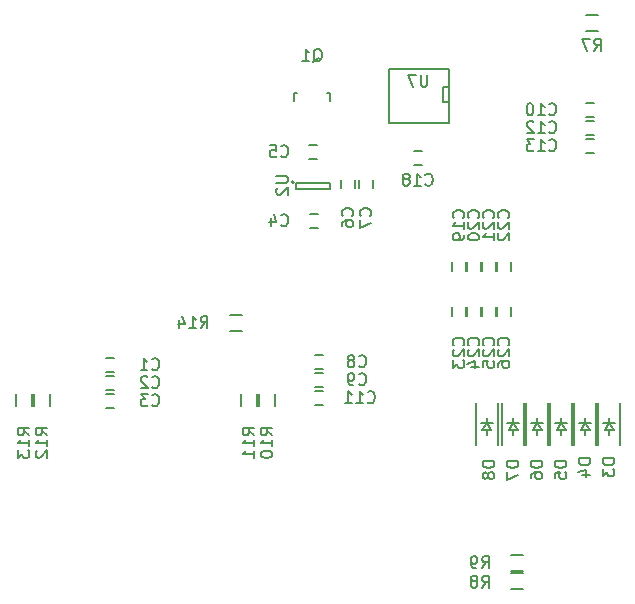
<source format=gbo>
G04 #@! TF.FileFunction,Legend,Bot*
%FSLAX46Y46*%
G04 Gerber Fmt 4.6, Leading zero omitted, Abs format (unit mm)*
G04 Created by KiCad (PCBNEW 4.0.2+dfsg1-stable) date Wed 23 Nov 2016 09:34:03 PM CST*
%MOMM*%
G01*
G04 APERTURE LIST*
%ADD10C,0.090000*%
%ADD11C,0.150000*%
G04 APERTURE END LIST*
D10*
D11*
X161320000Y-95666000D02*
X160620000Y-95666000D01*
X160620000Y-96866000D02*
X161320000Y-96866000D01*
X161320000Y-97190000D02*
X160620000Y-97190000D01*
X160620000Y-98390000D02*
X161320000Y-98390000D01*
X160620000Y-99914000D02*
X161320000Y-99914000D01*
X161320000Y-98714000D02*
X160620000Y-98714000D01*
X178470000Y-77632000D02*
X177770000Y-77632000D01*
X177770000Y-78832000D02*
X178470000Y-78832000D01*
X181702000Y-81310000D02*
X181702000Y-80610000D01*
X180502000Y-80610000D02*
X180502000Y-81310000D01*
X183226000Y-81310000D02*
X183226000Y-80610000D01*
X182026000Y-80610000D02*
X182026000Y-81310000D01*
X178978000Y-95412000D02*
X178278000Y-95412000D01*
X178278000Y-96612000D02*
X178978000Y-96612000D01*
X178978000Y-96936000D02*
X178278000Y-96936000D01*
X178278000Y-98136000D02*
X178978000Y-98136000D01*
X201960000Y-74076000D02*
X201260000Y-74076000D01*
X201260000Y-75276000D02*
X201960000Y-75276000D01*
X178278000Y-99660000D02*
X178978000Y-99660000D01*
X178978000Y-98460000D02*
X178278000Y-98460000D01*
X201960000Y-75600000D02*
X201260000Y-75600000D01*
X201260000Y-76800000D02*
X201960000Y-76800000D01*
X186660000Y-79340000D02*
X187360000Y-79340000D01*
X187360000Y-78140000D02*
X186660000Y-78140000D01*
X191170000Y-87600000D02*
X191170000Y-88300000D01*
X192370000Y-88300000D02*
X192370000Y-87600000D01*
X192440000Y-87600000D02*
X192440000Y-88300000D01*
X193640000Y-88300000D02*
X193640000Y-87600000D01*
X193710000Y-87600000D02*
X193710000Y-88300000D01*
X194910000Y-88300000D02*
X194910000Y-87600000D01*
X191100000Y-92110000D02*
X191100000Y-91410000D01*
X189900000Y-91410000D02*
X189900000Y-92110000D01*
X192370000Y-92110000D02*
X192370000Y-91410000D01*
X191170000Y-91410000D02*
X191170000Y-92110000D01*
X193640000Y-92110000D02*
X193640000Y-91410000D01*
X192440000Y-91410000D02*
X192440000Y-92110000D01*
X194910000Y-92110000D02*
X194910000Y-91410000D01*
X193710000Y-91410000D02*
X193710000Y-92110000D01*
X173569000Y-98730000D02*
X173569000Y-99730000D01*
X174919000Y-99730000D02*
X174919000Y-98730000D01*
X173395000Y-99730000D02*
X173395000Y-98730000D01*
X172045000Y-98730000D02*
X172045000Y-99730000D01*
X154519000Y-98730000D02*
X154519000Y-99730000D01*
X155869000Y-99730000D02*
X155869000Y-98730000D01*
X154345000Y-99730000D02*
X154345000Y-98730000D01*
X152995000Y-98730000D02*
X152995000Y-99730000D01*
X172120000Y-92035000D02*
X171120000Y-92035000D01*
X171120000Y-93385000D02*
X172120000Y-93385000D01*
X176520000Y-80810000D02*
G75*
G03X176520000Y-80810000I-100000J0D01*
G01*
X176670000Y-81360000D02*
X176670000Y-80860000D01*
X179570000Y-81360000D02*
X176670000Y-81360000D01*
X179570000Y-80860000D02*
X179570000Y-81360000D01*
X176670000Y-80860000D02*
X179570000Y-80860000D01*
X189611000Y-71247000D02*
X184531000Y-71247000D01*
X184531000Y-71247000D02*
X184531000Y-75819000D01*
X184531000Y-75819000D02*
X189611000Y-75819000D01*
X189611000Y-75819000D02*
X189611000Y-71247000D01*
X189611000Y-72771000D02*
X189103000Y-72771000D01*
X189103000Y-72771000D02*
X189103000Y-74041000D01*
X189103000Y-74041000D02*
X189611000Y-74041000D01*
X179553820Y-73941940D02*
X179553820Y-73240900D01*
X179553820Y-73240900D02*
X179304900Y-73240900D01*
X176754840Y-73240900D02*
X176554180Y-73240900D01*
X176554180Y-73240900D02*
X176554180Y-73941940D01*
X177892000Y-84674000D02*
X178592000Y-84674000D01*
X178592000Y-83474000D02*
X177892000Y-83474000D01*
X201960000Y-77124000D02*
X201260000Y-77124000D01*
X201260000Y-78324000D02*
X201960000Y-78324000D01*
X189900000Y-87600000D02*
X189900000Y-88300000D01*
X191100000Y-88300000D02*
X191100000Y-87600000D01*
X202260000Y-66635000D02*
X201260000Y-66635000D01*
X201260000Y-67985000D02*
X202260000Y-67985000D01*
X195910000Y-113879000D02*
X194910000Y-113879000D01*
X194910000Y-115229000D02*
X195910000Y-115229000D01*
X194910000Y-113705000D02*
X195910000Y-113705000D01*
X195910000Y-112355000D02*
X194910000Y-112355000D01*
X203200000Y-101806500D02*
X203200000Y-102187500D01*
X203200000Y-100790500D02*
X203200000Y-101171500D01*
X203200000Y-101171500D02*
X202819000Y-101806500D01*
X202819000Y-101806500D02*
X203581000Y-101806500D01*
X203581000Y-101806500D02*
X203200000Y-101171500D01*
X202692000Y-101171500D02*
X203708000Y-101171500D01*
X204100000Y-99489000D02*
X204100000Y-103029000D01*
X202300000Y-99489000D02*
X202300000Y-103029000D01*
X201168000Y-101806500D02*
X201168000Y-102187500D01*
X201168000Y-100790500D02*
X201168000Y-101171500D01*
X201168000Y-101171500D02*
X200787000Y-101806500D01*
X200787000Y-101806500D02*
X201549000Y-101806500D01*
X201549000Y-101806500D02*
X201168000Y-101171500D01*
X200660000Y-101171500D02*
X201676000Y-101171500D01*
X202068000Y-99489000D02*
X202068000Y-103029000D01*
X200268000Y-99489000D02*
X200268000Y-103029000D01*
X199136000Y-101806500D02*
X199136000Y-102187500D01*
X199136000Y-100790500D02*
X199136000Y-101171500D01*
X199136000Y-101171500D02*
X198755000Y-101806500D01*
X198755000Y-101806500D02*
X199517000Y-101806500D01*
X199517000Y-101806500D02*
X199136000Y-101171500D01*
X198628000Y-101171500D02*
X199644000Y-101171500D01*
X200036000Y-99489000D02*
X200036000Y-103029000D01*
X198236000Y-99489000D02*
X198236000Y-103029000D01*
X197104000Y-101806500D02*
X197104000Y-102187500D01*
X197104000Y-100790500D02*
X197104000Y-101171500D01*
X197104000Y-101171500D02*
X196723000Y-101806500D01*
X196723000Y-101806500D02*
X197485000Y-101806500D01*
X197485000Y-101806500D02*
X197104000Y-101171500D01*
X196596000Y-101171500D02*
X197612000Y-101171500D01*
X198004000Y-99489000D02*
X198004000Y-103029000D01*
X196204000Y-99489000D02*
X196204000Y-103029000D01*
X195072000Y-101806500D02*
X195072000Y-102187500D01*
X195072000Y-100790500D02*
X195072000Y-101171500D01*
X195072000Y-101171500D02*
X194691000Y-101806500D01*
X194691000Y-101806500D02*
X195453000Y-101806500D01*
X195453000Y-101806500D02*
X195072000Y-101171500D01*
X194564000Y-101171500D02*
X195580000Y-101171500D01*
X195972000Y-99489000D02*
X195972000Y-103029000D01*
X194172000Y-99489000D02*
X194172000Y-103029000D01*
X192867488Y-101806500D02*
X192867488Y-102187500D01*
X192867488Y-100790500D02*
X192867488Y-101171500D01*
X192867488Y-101171500D02*
X192486488Y-101806500D01*
X192486488Y-101806500D02*
X193248488Y-101806500D01*
X193248488Y-101806500D02*
X192867488Y-101171500D01*
X192359488Y-101171500D02*
X193375488Y-101171500D01*
X193767488Y-99489000D02*
X193767488Y-103029000D01*
X191967488Y-99489000D02*
X191967488Y-103029000D01*
X164504666Y-96623143D02*
X164552285Y-96670762D01*
X164695142Y-96718381D01*
X164790380Y-96718381D01*
X164933238Y-96670762D01*
X165028476Y-96575524D01*
X165076095Y-96480286D01*
X165123714Y-96289810D01*
X165123714Y-96146952D01*
X165076095Y-95956476D01*
X165028476Y-95861238D01*
X164933238Y-95766000D01*
X164790380Y-95718381D01*
X164695142Y-95718381D01*
X164552285Y-95766000D01*
X164504666Y-95813619D01*
X163552285Y-96718381D02*
X164123714Y-96718381D01*
X163838000Y-96718381D02*
X163838000Y-95718381D01*
X163933238Y-95861238D01*
X164028476Y-95956476D01*
X164123714Y-96004095D01*
X164504666Y-98147143D02*
X164552285Y-98194762D01*
X164695142Y-98242381D01*
X164790380Y-98242381D01*
X164933238Y-98194762D01*
X165028476Y-98099524D01*
X165076095Y-98004286D01*
X165123714Y-97813810D01*
X165123714Y-97670952D01*
X165076095Y-97480476D01*
X165028476Y-97385238D01*
X164933238Y-97290000D01*
X164790380Y-97242381D01*
X164695142Y-97242381D01*
X164552285Y-97290000D01*
X164504666Y-97337619D01*
X164123714Y-97337619D02*
X164076095Y-97290000D01*
X163980857Y-97242381D01*
X163742761Y-97242381D01*
X163647523Y-97290000D01*
X163599904Y-97337619D01*
X163552285Y-97432857D01*
X163552285Y-97528095D01*
X163599904Y-97670952D01*
X164171333Y-98242381D01*
X163552285Y-98242381D01*
X164504666Y-99671143D02*
X164552285Y-99718762D01*
X164695142Y-99766381D01*
X164790380Y-99766381D01*
X164933238Y-99718762D01*
X165028476Y-99623524D01*
X165076095Y-99528286D01*
X165123714Y-99337810D01*
X165123714Y-99194952D01*
X165076095Y-99004476D01*
X165028476Y-98909238D01*
X164933238Y-98814000D01*
X164790380Y-98766381D01*
X164695142Y-98766381D01*
X164552285Y-98814000D01*
X164504666Y-98861619D01*
X164171333Y-98766381D02*
X163552285Y-98766381D01*
X163885619Y-99147333D01*
X163742761Y-99147333D01*
X163647523Y-99194952D01*
X163599904Y-99242571D01*
X163552285Y-99337810D01*
X163552285Y-99575905D01*
X163599904Y-99671143D01*
X163647523Y-99718762D01*
X163742761Y-99766381D01*
X164028476Y-99766381D01*
X164123714Y-99718762D01*
X164171333Y-99671143D01*
X175426666Y-78589143D02*
X175474285Y-78636762D01*
X175617142Y-78684381D01*
X175712380Y-78684381D01*
X175855238Y-78636762D01*
X175950476Y-78541524D01*
X175998095Y-78446286D01*
X176045714Y-78255810D01*
X176045714Y-78112952D01*
X175998095Y-77922476D01*
X175950476Y-77827238D01*
X175855238Y-77732000D01*
X175712380Y-77684381D01*
X175617142Y-77684381D01*
X175474285Y-77732000D01*
X175426666Y-77779619D01*
X174521904Y-77684381D02*
X174998095Y-77684381D01*
X175045714Y-78160571D01*
X174998095Y-78112952D01*
X174902857Y-78065333D01*
X174664761Y-78065333D01*
X174569523Y-78112952D01*
X174521904Y-78160571D01*
X174474285Y-78255810D01*
X174474285Y-78493905D01*
X174521904Y-78589143D01*
X174569523Y-78636762D01*
X174664761Y-78684381D01*
X174902857Y-78684381D01*
X174998095Y-78636762D01*
X175045714Y-78589143D01*
X181459143Y-83653334D02*
X181506762Y-83605715D01*
X181554381Y-83462858D01*
X181554381Y-83367620D01*
X181506762Y-83224762D01*
X181411524Y-83129524D01*
X181316286Y-83081905D01*
X181125810Y-83034286D01*
X180982952Y-83034286D01*
X180792476Y-83081905D01*
X180697238Y-83129524D01*
X180602000Y-83224762D01*
X180554381Y-83367620D01*
X180554381Y-83462858D01*
X180602000Y-83605715D01*
X180649619Y-83653334D01*
X180554381Y-84510477D02*
X180554381Y-84320000D01*
X180602000Y-84224762D01*
X180649619Y-84177143D01*
X180792476Y-84081905D01*
X180982952Y-84034286D01*
X181363905Y-84034286D01*
X181459143Y-84081905D01*
X181506762Y-84129524D01*
X181554381Y-84224762D01*
X181554381Y-84415239D01*
X181506762Y-84510477D01*
X181459143Y-84558096D01*
X181363905Y-84605715D01*
X181125810Y-84605715D01*
X181030571Y-84558096D01*
X180982952Y-84510477D01*
X180935333Y-84415239D01*
X180935333Y-84224762D01*
X180982952Y-84129524D01*
X181030571Y-84081905D01*
X181125810Y-84034286D01*
X182983143Y-83653334D02*
X183030762Y-83605715D01*
X183078381Y-83462858D01*
X183078381Y-83367620D01*
X183030762Y-83224762D01*
X182935524Y-83129524D01*
X182840286Y-83081905D01*
X182649810Y-83034286D01*
X182506952Y-83034286D01*
X182316476Y-83081905D01*
X182221238Y-83129524D01*
X182126000Y-83224762D01*
X182078381Y-83367620D01*
X182078381Y-83462858D01*
X182126000Y-83605715D01*
X182173619Y-83653334D01*
X182078381Y-83986667D02*
X182078381Y-84653334D01*
X183078381Y-84224762D01*
X182030666Y-96369143D02*
X182078285Y-96416762D01*
X182221142Y-96464381D01*
X182316380Y-96464381D01*
X182459238Y-96416762D01*
X182554476Y-96321524D01*
X182602095Y-96226286D01*
X182649714Y-96035810D01*
X182649714Y-95892952D01*
X182602095Y-95702476D01*
X182554476Y-95607238D01*
X182459238Y-95512000D01*
X182316380Y-95464381D01*
X182221142Y-95464381D01*
X182078285Y-95512000D01*
X182030666Y-95559619D01*
X181459238Y-95892952D02*
X181554476Y-95845333D01*
X181602095Y-95797714D01*
X181649714Y-95702476D01*
X181649714Y-95654857D01*
X181602095Y-95559619D01*
X181554476Y-95512000D01*
X181459238Y-95464381D01*
X181268761Y-95464381D01*
X181173523Y-95512000D01*
X181125904Y-95559619D01*
X181078285Y-95654857D01*
X181078285Y-95702476D01*
X181125904Y-95797714D01*
X181173523Y-95845333D01*
X181268761Y-95892952D01*
X181459238Y-95892952D01*
X181554476Y-95940571D01*
X181602095Y-95988190D01*
X181649714Y-96083429D01*
X181649714Y-96273905D01*
X181602095Y-96369143D01*
X181554476Y-96416762D01*
X181459238Y-96464381D01*
X181268761Y-96464381D01*
X181173523Y-96416762D01*
X181125904Y-96369143D01*
X181078285Y-96273905D01*
X181078285Y-96083429D01*
X181125904Y-95988190D01*
X181173523Y-95940571D01*
X181268761Y-95892952D01*
X182030666Y-97893143D02*
X182078285Y-97940762D01*
X182221142Y-97988381D01*
X182316380Y-97988381D01*
X182459238Y-97940762D01*
X182554476Y-97845524D01*
X182602095Y-97750286D01*
X182649714Y-97559810D01*
X182649714Y-97416952D01*
X182602095Y-97226476D01*
X182554476Y-97131238D01*
X182459238Y-97036000D01*
X182316380Y-96988381D01*
X182221142Y-96988381D01*
X182078285Y-97036000D01*
X182030666Y-97083619D01*
X181554476Y-97988381D02*
X181364000Y-97988381D01*
X181268761Y-97940762D01*
X181221142Y-97893143D01*
X181125904Y-97750286D01*
X181078285Y-97559810D01*
X181078285Y-97178857D01*
X181125904Y-97083619D01*
X181173523Y-97036000D01*
X181268761Y-96988381D01*
X181459238Y-96988381D01*
X181554476Y-97036000D01*
X181602095Y-97083619D01*
X181649714Y-97178857D01*
X181649714Y-97416952D01*
X181602095Y-97512190D01*
X181554476Y-97559810D01*
X181459238Y-97607429D01*
X181268761Y-97607429D01*
X181173523Y-97559810D01*
X181125904Y-97512190D01*
X181078285Y-97416952D01*
X198122857Y-75033143D02*
X198170476Y-75080762D01*
X198313333Y-75128381D01*
X198408571Y-75128381D01*
X198551429Y-75080762D01*
X198646667Y-74985524D01*
X198694286Y-74890286D01*
X198741905Y-74699810D01*
X198741905Y-74556952D01*
X198694286Y-74366476D01*
X198646667Y-74271238D01*
X198551429Y-74176000D01*
X198408571Y-74128381D01*
X198313333Y-74128381D01*
X198170476Y-74176000D01*
X198122857Y-74223619D01*
X197170476Y-75128381D02*
X197741905Y-75128381D01*
X197456191Y-75128381D02*
X197456191Y-74128381D01*
X197551429Y-74271238D01*
X197646667Y-74366476D01*
X197741905Y-74414095D01*
X196551429Y-74128381D02*
X196456190Y-74128381D01*
X196360952Y-74176000D01*
X196313333Y-74223619D01*
X196265714Y-74318857D01*
X196218095Y-74509333D01*
X196218095Y-74747429D01*
X196265714Y-74937905D01*
X196313333Y-75033143D01*
X196360952Y-75080762D01*
X196456190Y-75128381D01*
X196551429Y-75128381D01*
X196646667Y-75080762D01*
X196694286Y-75033143D01*
X196741905Y-74937905D01*
X196789524Y-74747429D01*
X196789524Y-74509333D01*
X196741905Y-74318857D01*
X196694286Y-74223619D01*
X196646667Y-74176000D01*
X196551429Y-74128381D01*
X182760857Y-99417143D02*
X182808476Y-99464762D01*
X182951333Y-99512381D01*
X183046571Y-99512381D01*
X183189429Y-99464762D01*
X183284667Y-99369524D01*
X183332286Y-99274286D01*
X183379905Y-99083810D01*
X183379905Y-98940952D01*
X183332286Y-98750476D01*
X183284667Y-98655238D01*
X183189429Y-98560000D01*
X183046571Y-98512381D01*
X182951333Y-98512381D01*
X182808476Y-98560000D01*
X182760857Y-98607619D01*
X181808476Y-99512381D02*
X182379905Y-99512381D01*
X182094191Y-99512381D02*
X182094191Y-98512381D01*
X182189429Y-98655238D01*
X182284667Y-98750476D01*
X182379905Y-98798095D01*
X180856095Y-99512381D02*
X181427524Y-99512381D01*
X181141810Y-99512381D02*
X181141810Y-98512381D01*
X181237048Y-98655238D01*
X181332286Y-98750476D01*
X181427524Y-98798095D01*
X198122857Y-76557143D02*
X198170476Y-76604762D01*
X198313333Y-76652381D01*
X198408571Y-76652381D01*
X198551429Y-76604762D01*
X198646667Y-76509524D01*
X198694286Y-76414286D01*
X198741905Y-76223810D01*
X198741905Y-76080952D01*
X198694286Y-75890476D01*
X198646667Y-75795238D01*
X198551429Y-75700000D01*
X198408571Y-75652381D01*
X198313333Y-75652381D01*
X198170476Y-75700000D01*
X198122857Y-75747619D01*
X197170476Y-76652381D02*
X197741905Y-76652381D01*
X197456191Y-76652381D02*
X197456191Y-75652381D01*
X197551429Y-75795238D01*
X197646667Y-75890476D01*
X197741905Y-75938095D01*
X196789524Y-75747619D02*
X196741905Y-75700000D01*
X196646667Y-75652381D01*
X196408571Y-75652381D01*
X196313333Y-75700000D01*
X196265714Y-75747619D01*
X196218095Y-75842857D01*
X196218095Y-75938095D01*
X196265714Y-76080952D01*
X196837143Y-76652381D01*
X196218095Y-76652381D01*
X187652857Y-80997143D02*
X187700476Y-81044762D01*
X187843333Y-81092381D01*
X187938571Y-81092381D01*
X188081429Y-81044762D01*
X188176667Y-80949524D01*
X188224286Y-80854286D01*
X188271905Y-80663810D01*
X188271905Y-80520952D01*
X188224286Y-80330476D01*
X188176667Y-80235238D01*
X188081429Y-80140000D01*
X187938571Y-80092381D01*
X187843333Y-80092381D01*
X187700476Y-80140000D01*
X187652857Y-80187619D01*
X186700476Y-81092381D02*
X187271905Y-81092381D01*
X186986191Y-81092381D02*
X186986191Y-80092381D01*
X187081429Y-80235238D01*
X187176667Y-80330476D01*
X187271905Y-80378095D01*
X186129048Y-80520952D02*
X186224286Y-80473333D01*
X186271905Y-80425714D01*
X186319524Y-80330476D01*
X186319524Y-80282857D01*
X186271905Y-80187619D01*
X186224286Y-80140000D01*
X186129048Y-80092381D01*
X185938571Y-80092381D01*
X185843333Y-80140000D01*
X185795714Y-80187619D01*
X185748095Y-80282857D01*
X185748095Y-80330476D01*
X185795714Y-80425714D01*
X185843333Y-80473333D01*
X185938571Y-80520952D01*
X186129048Y-80520952D01*
X186224286Y-80568571D01*
X186271905Y-80616190D01*
X186319524Y-80711429D01*
X186319524Y-80901905D01*
X186271905Y-80997143D01*
X186224286Y-81044762D01*
X186129048Y-81092381D01*
X185938571Y-81092381D01*
X185843333Y-81044762D01*
X185795714Y-80997143D01*
X185748095Y-80901905D01*
X185748095Y-80711429D01*
X185795714Y-80616190D01*
X185843333Y-80568571D01*
X185938571Y-80520952D01*
X192127143Y-83817143D02*
X192174762Y-83769524D01*
X192222381Y-83626667D01*
X192222381Y-83531429D01*
X192174762Y-83388571D01*
X192079524Y-83293333D01*
X191984286Y-83245714D01*
X191793810Y-83198095D01*
X191650952Y-83198095D01*
X191460476Y-83245714D01*
X191365238Y-83293333D01*
X191270000Y-83388571D01*
X191222381Y-83531429D01*
X191222381Y-83626667D01*
X191270000Y-83769524D01*
X191317619Y-83817143D01*
X191317619Y-84198095D02*
X191270000Y-84245714D01*
X191222381Y-84340952D01*
X191222381Y-84579048D01*
X191270000Y-84674286D01*
X191317619Y-84721905D01*
X191412857Y-84769524D01*
X191508095Y-84769524D01*
X191650952Y-84721905D01*
X192222381Y-84150476D01*
X192222381Y-84769524D01*
X191222381Y-85388571D02*
X191222381Y-85483810D01*
X191270000Y-85579048D01*
X191317619Y-85626667D01*
X191412857Y-85674286D01*
X191603333Y-85721905D01*
X191841429Y-85721905D01*
X192031905Y-85674286D01*
X192127143Y-85626667D01*
X192174762Y-85579048D01*
X192222381Y-85483810D01*
X192222381Y-85388571D01*
X192174762Y-85293333D01*
X192127143Y-85245714D01*
X192031905Y-85198095D01*
X191841429Y-85150476D01*
X191603333Y-85150476D01*
X191412857Y-85198095D01*
X191317619Y-85245714D01*
X191270000Y-85293333D01*
X191222381Y-85388571D01*
X193397143Y-83817143D02*
X193444762Y-83769524D01*
X193492381Y-83626667D01*
X193492381Y-83531429D01*
X193444762Y-83388571D01*
X193349524Y-83293333D01*
X193254286Y-83245714D01*
X193063810Y-83198095D01*
X192920952Y-83198095D01*
X192730476Y-83245714D01*
X192635238Y-83293333D01*
X192540000Y-83388571D01*
X192492381Y-83531429D01*
X192492381Y-83626667D01*
X192540000Y-83769524D01*
X192587619Y-83817143D01*
X192587619Y-84198095D02*
X192540000Y-84245714D01*
X192492381Y-84340952D01*
X192492381Y-84579048D01*
X192540000Y-84674286D01*
X192587619Y-84721905D01*
X192682857Y-84769524D01*
X192778095Y-84769524D01*
X192920952Y-84721905D01*
X193492381Y-84150476D01*
X193492381Y-84769524D01*
X193492381Y-85721905D02*
X193492381Y-85150476D01*
X193492381Y-85436190D02*
X192492381Y-85436190D01*
X192635238Y-85340952D01*
X192730476Y-85245714D01*
X192778095Y-85150476D01*
X194667143Y-83817143D02*
X194714762Y-83769524D01*
X194762381Y-83626667D01*
X194762381Y-83531429D01*
X194714762Y-83388571D01*
X194619524Y-83293333D01*
X194524286Y-83245714D01*
X194333810Y-83198095D01*
X194190952Y-83198095D01*
X194000476Y-83245714D01*
X193905238Y-83293333D01*
X193810000Y-83388571D01*
X193762381Y-83531429D01*
X193762381Y-83626667D01*
X193810000Y-83769524D01*
X193857619Y-83817143D01*
X193857619Y-84198095D02*
X193810000Y-84245714D01*
X193762381Y-84340952D01*
X193762381Y-84579048D01*
X193810000Y-84674286D01*
X193857619Y-84721905D01*
X193952857Y-84769524D01*
X194048095Y-84769524D01*
X194190952Y-84721905D01*
X194762381Y-84150476D01*
X194762381Y-84769524D01*
X193857619Y-85150476D02*
X193810000Y-85198095D01*
X193762381Y-85293333D01*
X193762381Y-85531429D01*
X193810000Y-85626667D01*
X193857619Y-85674286D01*
X193952857Y-85721905D01*
X194048095Y-85721905D01*
X194190952Y-85674286D01*
X194762381Y-85102857D01*
X194762381Y-85721905D01*
X190857143Y-94607143D02*
X190904762Y-94559524D01*
X190952381Y-94416667D01*
X190952381Y-94321429D01*
X190904762Y-94178571D01*
X190809524Y-94083333D01*
X190714286Y-94035714D01*
X190523810Y-93988095D01*
X190380952Y-93988095D01*
X190190476Y-94035714D01*
X190095238Y-94083333D01*
X190000000Y-94178571D01*
X189952381Y-94321429D01*
X189952381Y-94416667D01*
X190000000Y-94559524D01*
X190047619Y-94607143D01*
X190047619Y-94988095D02*
X190000000Y-95035714D01*
X189952381Y-95130952D01*
X189952381Y-95369048D01*
X190000000Y-95464286D01*
X190047619Y-95511905D01*
X190142857Y-95559524D01*
X190238095Y-95559524D01*
X190380952Y-95511905D01*
X190952381Y-94940476D01*
X190952381Y-95559524D01*
X189952381Y-95892857D02*
X189952381Y-96511905D01*
X190333333Y-96178571D01*
X190333333Y-96321429D01*
X190380952Y-96416667D01*
X190428571Y-96464286D01*
X190523810Y-96511905D01*
X190761905Y-96511905D01*
X190857143Y-96464286D01*
X190904762Y-96416667D01*
X190952381Y-96321429D01*
X190952381Y-96035714D01*
X190904762Y-95940476D01*
X190857143Y-95892857D01*
X192127143Y-94607143D02*
X192174762Y-94559524D01*
X192222381Y-94416667D01*
X192222381Y-94321429D01*
X192174762Y-94178571D01*
X192079524Y-94083333D01*
X191984286Y-94035714D01*
X191793810Y-93988095D01*
X191650952Y-93988095D01*
X191460476Y-94035714D01*
X191365238Y-94083333D01*
X191270000Y-94178571D01*
X191222381Y-94321429D01*
X191222381Y-94416667D01*
X191270000Y-94559524D01*
X191317619Y-94607143D01*
X191317619Y-94988095D02*
X191270000Y-95035714D01*
X191222381Y-95130952D01*
X191222381Y-95369048D01*
X191270000Y-95464286D01*
X191317619Y-95511905D01*
X191412857Y-95559524D01*
X191508095Y-95559524D01*
X191650952Y-95511905D01*
X192222381Y-94940476D01*
X192222381Y-95559524D01*
X191555714Y-96416667D02*
X192222381Y-96416667D01*
X191174762Y-96178571D02*
X191889048Y-95940476D01*
X191889048Y-96559524D01*
X193397143Y-94607143D02*
X193444762Y-94559524D01*
X193492381Y-94416667D01*
X193492381Y-94321429D01*
X193444762Y-94178571D01*
X193349524Y-94083333D01*
X193254286Y-94035714D01*
X193063810Y-93988095D01*
X192920952Y-93988095D01*
X192730476Y-94035714D01*
X192635238Y-94083333D01*
X192540000Y-94178571D01*
X192492381Y-94321429D01*
X192492381Y-94416667D01*
X192540000Y-94559524D01*
X192587619Y-94607143D01*
X192587619Y-94988095D02*
X192540000Y-95035714D01*
X192492381Y-95130952D01*
X192492381Y-95369048D01*
X192540000Y-95464286D01*
X192587619Y-95511905D01*
X192682857Y-95559524D01*
X192778095Y-95559524D01*
X192920952Y-95511905D01*
X193492381Y-94940476D01*
X193492381Y-95559524D01*
X192492381Y-96464286D02*
X192492381Y-95988095D01*
X192968571Y-95940476D01*
X192920952Y-95988095D01*
X192873333Y-96083333D01*
X192873333Y-96321429D01*
X192920952Y-96416667D01*
X192968571Y-96464286D01*
X193063810Y-96511905D01*
X193301905Y-96511905D01*
X193397143Y-96464286D01*
X193444762Y-96416667D01*
X193492381Y-96321429D01*
X193492381Y-96083333D01*
X193444762Y-95988095D01*
X193397143Y-95940476D01*
X194667143Y-94607143D02*
X194714762Y-94559524D01*
X194762381Y-94416667D01*
X194762381Y-94321429D01*
X194714762Y-94178571D01*
X194619524Y-94083333D01*
X194524286Y-94035714D01*
X194333810Y-93988095D01*
X194190952Y-93988095D01*
X194000476Y-94035714D01*
X193905238Y-94083333D01*
X193810000Y-94178571D01*
X193762381Y-94321429D01*
X193762381Y-94416667D01*
X193810000Y-94559524D01*
X193857619Y-94607143D01*
X193857619Y-94988095D02*
X193810000Y-95035714D01*
X193762381Y-95130952D01*
X193762381Y-95369048D01*
X193810000Y-95464286D01*
X193857619Y-95511905D01*
X193952857Y-95559524D01*
X194048095Y-95559524D01*
X194190952Y-95511905D01*
X194762381Y-94940476D01*
X194762381Y-95559524D01*
X193762381Y-96416667D02*
X193762381Y-96226190D01*
X193810000Y-96130952D01*
X193857619Y-96083333D01*
X194000476Y-95988095D01*
X194190952Y-95940476D01*
X194571905Y-95940476D01*
X194667143Y-95988095D01*
X194714762Y-96035714D01*
X194762381Y-96130952D01*
X194762381Y-96321429D01*
X194714762Y-96416667D01*
X194667143Y-96464286D01*
X194571905Y-96511905D01*
X194333810Y-96511905D01*
X194238571Y-96464286D01*
X194190952Y-96416667D01*
X194143333Y-96321429D01*
X194143333Y-96130952D01*
X194190952Y-96035714D01*
X194238571Y-95988095D01*
X194333810Y-95940476D01*
X174696381Y-102227143D02*
X174220190Y-101893809D01*
X174696381Y-101655714D02*
X173696381Y-101655714D01*
X173696381Y-102036667D01*
X173744000Y-102131905D01*
X173791619Y-102179524D01*
X173886857Y-102227143D01*
X174029714Y-102227143D01*
X174124952Y-102179524D01*
X174172571Y-102131905D01*
X174220190Y-102036667D01*
X174220190Y-101655714D01*
X174696381Y-103179524D02*
X174696381Y-102608095D01*
X174696381Y-102893809D02*
X173696381Y-102893809D01*
X173839238Y-102798571D01*
X173934476Y-102703333D01*
X173982095Y-102608095D01*
X173696381Y-103798571D02*
X173696381Y-103893810D01*
X173744000Y-103989048D01*
X173791619Y-104036667D01*
X173886857Y-104084286D01*
X174077333Y-104131905D01*
X174315429Y-104131905D01*
X174505905Y-104084286D01*
X174601143Y-104036667D01*
X174648762Y-103989048D01*
X174696381Y-103893810D01*
X174696381Y-103798571D01*
X174648762Y-103703333D01*
X174601143Y-103655714D01*
X174505905Y-103608095D01*
X174315429Y-103560476D01*
X174077333Y-103560476D01*
X173886857Y-103608095D01*
X173791619Y-103655714D01*
X173744000Y-103703333D01*
X173696381Y-103798571D01*
X173172381Y-102227143D02*
X172696190Y-101893809D01*
X173172381Y-101655714D02*
X172172381Y-101655714D01*
X172172381Y-102036667D01*
X172220000Y-102131905D01*
X172267619Y-102179524D01*
X172362857Y-102227143D01*
X172505714Y-102227143D01*
X172600952Y-102179524D01*
X172648571Y-102131905D01*
X172696190Y-102036667D01*
X172696190Y-101655714D01*
X173172381Y-103179524D02*
X173172381Y-102608095D01*
X173172381Y-102893809D02*
X172172381Y-102893809D01*
X172315238Y-102798571D01*
X172410476Y-102703333D01*
X172458095Y-102608095D01*
X173172381Y-104131905D02*
X173172381Y-103560476D01*
X173172381Y-103846190D02*
X172172381Y-103846190D01*
X172315238Y-103750952D01*
X172410476Y-103655714D01*
X172458095Y-103560476D01*
X155646381Y-102227143D02*
X155170190Y-101893809D01*
X155646381Y-101655714D02*
X154646381Y-101655714D01*
X154646381Y-102036667D01*
X154694000Y-102131905D01*
X154741619Y-102179524D01*
X154836857Y-102227143D01*
X154979714Y-102227143D01*
X155074952Y-102179524D01*
X155122571Y-102131905D01*
X155170190Y-102036667D01*
X155170190Y-101655714D01*
X155646381Y-103179524D02*
X155646381Y-102608095D01*
X155646381Y-102893809D02*
X154646381Y-102893809D01*
X154789238Y-102798571D01*
X154884476Y-102703333D01*
X154932095Y-102608095D01*
X154741619Y-103560476D02*
X154694000Y-103608095D01*
X154646381Y-103703333D01*
X154646381Y-103941429D01*
X154694000Y-104036667D01*
X154741619Y-104084286D01*
X154836857Y-104131905D01*
X154932095Y-104131905D01*
X155074952Y-104084286D01*
X155646381Y-103512857D01*
X155646381Y-104131905D01*
X154122381Y-102227143D02*
X153646190Y-101893809D01*
X154122381Y-101655714D02*
X153122381Y-101655714D01*
X153122381Y-102036667D01*
X153170000Y-102131905D01*
X153217619Y-102179524D01*
X153312857Y-102227143D01*
X153455714Y-102227143D01*
X153550952Y-102179524D01*
X153598571Y-102131905D01*
X153646190Y-102036667D01*
X153646190Y-101655714D01*
X154122381Y-103179524D02*
X154122381Y-102608095D01*
X154122381Y-102893809D02*
X153122381Y-102893809D01*
X153265238Y-102798571D01*
X153360476Y-102703333D01*
X153408095Y-102608095D01*
X153122381Y-103512857D02*
X153122381Y-104131905D01*
X153503333Y-103798571D01*
X153503333Y-103941429D01*
X153550952Y-104036667D01*
X153598571Y-104084286D01*
X153693810Y-104131905D01*
X153931905Y-104131905D01*
X154027143Y-104084286D01*
X154074762Y-104036667D01*
X154122381Y-103941429D01*
X154122381Y-103655714D01*
X154074762Y-103560476D01*
X154027143Y-103512857D01*
X168622857Y-93162381D02*
X168956191Y-92686190D01*
X169194286Y-93162381D02*
X169194286Y-92162381D01*
X168813333Y-92162381D01*
X168718095Y-92210000D01*
X168670476Y-92257619D01*
X168622857Y-92352857D01*
X168622857Y-92495714D01*
X168670476Y-92590952D01*
X168718095Y-92638571D01*
X168813333Y-92686190D01*
X169194286Y-92686190D01*
X167670476Y-93162381D02*
X168241905Y-93162381D01*
X167956191Y-93162381D02*
X167956191Y-92162381D01*
X168051429Y-92305238D01*
X168146667Y-92400476D01*
X168241905Y-92448095D01*
X166813333Y-92495714D02*
X166813333Y-93162381D01*
X167051429Y-92114762D02*
X167289524Y-92829048D01*
X166670476Y-92829048D01*
X175022381Y-80298095D02*
X175831905Y-80298095D01*
X175927143Y-80345714D01*
X175974762Y-80393333D01*
X176022381Y-80488571D01*
X176022381Y-80679048D01*
X175974762Y-80774286D01*
X175927143Y-80821905D01*
X175831905Y-80869524D01*
X175022381Y-80869524D01*
X175117619Y-81298095D02*
X175070000Y-81345714D01*
X175022381Y-81440952D01*
X175022381Y-81679048D01*
X175070000Y-81774286D01*
X175117619Y-81821905D01*
X175212857Y-81869524D01*
X175308095Y-81869524D01*
X175450952Y-81821905D01*
X176022381Y-81250476D01*
X176022381Y-81869524D01*
X187832905Y-71715381D02*
X187832905Y-72524905D01*
X187785286Y-72620143D01*
X187737667Y-72667762D01*
X187642429Y-72715381D01*
X187451952Y-72715381D01*
X187356714Y-72667762D01*
X187309095Y-72620143D01*
X187261476Y-72524905D01*
X187261476Y-71715381D01*
X186880524Y-71715381D02*
X186213857Y-71715381D01*
X186642429Y-72715381D01*
X178149238Y-70628759D02*
X178244476Y-70581140D01*
X178339714Y-70485902D01*
X178482571Y-70343045D01*
X178577810Y-70295426D01*
X178673048Y-70295426D01*
X178625429Y-70533521D02*
X178720667Y-70485902D01*
X178815905Y-70390664D01*
X178863524Y-70200188D01*
X178863524Y-69866854D01*
X178815905Y-69676378D01*
X178720667Y-69581140D01*
X178625429Y-69533521D01*
X178434952Y-69533521D01*
X178339714Y-69581140D01*
X178244476Y-69676378D01*
X178196857Y-69866854D01*
X178196857Y-70200188D01*
X178244476Y-70390664D01*
X178339714Y-70485902D01*
X178434952Y-70533521D01*
X178625429Y-70533521D01*
X177244476Y-70533521D02*
X177815905Y-70533521D01*
X177530191Y-70533521D02*
X177530191Y-69533521D01*
X177625429Y-69676378D01*
X177720667Y-69771616D01*
X177815905Y-69819235D01*
X175426666Y-84431143D02*
X175474285Y-84478762D01*
X175617142Y-84526381D01*
X175712380Y-84526381D01*
X175855238Y-84478762D01*
X175950476Y-84383524D01*
X175998095Y-84288286D01*
X176045714Y-84097810D01*
X176045714Y-83954952D01*
X175998095Y-83764476D01*
X175950476Y-83669238D01*
X175855238Y-83574000D01*
X175712380Y-83526381D01*
X175617142Y-83526381D01*
X175474285Y-83574000D01*
X175426666Y-83621619D01*
X174569523Y-83859714D02*
X174569523Y-84526381D01*
X174807619Y-83478762D02*
X175045714Y-84193048D01*
X174426666Y-84193048D01*
X198122857Y-78081143D02*
X198170476Y-78128762D01*
X198313333Y-78176381D01*
X198408571Y-78176381D01*
X198551429Y-78128762D01*
X198646667Y-78033524D01*
X198694286Y-77938286D01*
X198741905Y-77747810D01*
X198741905Y-77604952D01*
X198694286Y-77414476D01*
X198646667Y-77319238D01*
X198551429Y-77224000D01*
X198408571Y-77176381D01*
X198313333Y-77176381D01*
X198170476Y-77224000D01*
X198122857Y-77271619D01*
X197170476Y-78176381D02*
X197741905Y-78176381D01*
X197456191Y-78176381D02*
X197456191Y-77176381D01*
X197551429Y-77319238D01*
X197646667Y-77414476D01*
X197741905Y-77462095D01*
X196837143Y-77176381D02*
X196218095Y-77176381D01*
X196551429Y-77557333D01*
X196408571Y-77557333D01*
X196313333Y-77604952D01*
X196265714Y-77652571D01*
X196218095Y-77747810D01*
X196218095Y-77985905D01*
X196265714Y-78081143D01*
X196313333Y-78128762D01*
X196408571Y-78176381D01*
X196694286Y-78176381D01*
X196789524Y-78128762D01*
X196837143Y-78081143D01*
X190857143Y-83817143D02*
X190904762Y-83769524D01*
X190952381Y-83626667D01*
X190952381Y-83531429D01*
X190904762Y-83388571D01*
X190809524Y-83293333D01*
X190714286Y-83245714D01*
X190523810Y-83198095D01*
X190380952Y-83198095D01*
X190190476Y-83245714D01*
X190095238Y-83293333D01*
X190000000Y-83388571D01*
X189952381Y-83531429D01*
X189952381Y-83626667D01*
X190000000Y-83769524D01*
X190047619Y-83817143D01*
X190952381Y-84769524D02*
X190952381Y-84198095D01*
X190952381Y-84483809D02*
X189952381Y-84483809D01*
X190095238Y-84388571D01*
X190190476Y-84293333D01*
X190238095Y-84198095D01*
X190952381Y-85245714D02*
X190952381Y-85436190D01*
X190904762Y-85531429D01*
X190857143Y-85579048D01*
X190714286Y-85674286D01*
X190523810Y-85721905D01*
X190142857Y-85721905D01*
X190047619Y-85674286D01*
X190000000Y-85626667D01*
X189952381Y-85531429D01*
X189952381Y-85340952D01*
X190000000Y-85245714D01*
X190047619Y-85198095D01*
X190142857Y-85150476D01*
X190380952Y-85150476D01*
X190476190Y-85198095D01*
X190523810Y-85245714D01*
X190571429Y-85340952D01*
X190571429Y-85531429D01*
X190523810Y-85626667D01*
X190476190Y-85674286D01*
X190380952Y-85721905D01*
X201926666Y-69662381D02*
X202260000Y-69186190D01*
X202498095Y-69662381D02*
X202498095Y-68662381D01*
X202117142Y-68662381D01*
X202021904Y-68710000D01*
X201974285Y-68757619D01*
X201926666Y-68852857D01*
X201926666Y-68995714D01*
X201974285Y-69090952D01*
X202021904Y-69138571D01*
X202117142Y-69186190D01*
X202498095Y-69186190D01*
X201593333Y-68662381D02*
X200926666Y-68662381D01*
X201355238Y-69662381D01*
X192444666Y-115133381D02*
X192778000Y-114657190D01*
X193016095Y-115133381D02*
X193016095Y-114133381D01*
X192635142Y-114133381D01*
X192539904Y-114181000D01*
X192492285Y-114228619D01*
X192444666Y-114323857D01*
X192444666Y-114466714D01*
X192492285Y-114561952D01*
X192539904Y-114609571D01*
X192635142Y-114657190D01*
X193016095Y-114657190D01*
X191873238Y-114561952D02*
X191968476Y-114514333D01*
X192016095Y-114466714D01*
X192063714Y-114371476D01*
X192063714Y-114323857D01*
X192016095Y-114228619D01*
X191968476Y-114181000D01*
X191873238Y-114133381D01*
X191682761Y-114133381D01*
X191587523Y-114181000D01*
X191539904Y-114228619D01*
X191492285Y-114323857D01*
X191492285Y-114371476D01*
X191539904Y-114466714D01*
X191587523Y-114514333D01*
X191682761Y-114561952D01*
X191873238Y-114561952D01*
X191968476Y-114609571D01*
X192016095Y-114657190D01*
X192063714Y-114752429D01*
X192063714Y-114942905D01*
X192016095Y-115038143D01*
X191968476Y-115085762D01*
X191873238Y-115133381D01*
X191682761Y-115133381D01*
X191587523Y-115085762D01*
X191539904Y-115038143D01*
X191492285Y-114942905D01*
X191492285Y-114752429D01*
X191539904Y-114657190D01*
X191587523Y-114609571D01*
X191682761Y-114561952D01*
X192444666Y-113482381D02*
X192778000Y-113006190D01*
X193016095Y-113482381D02*
X193016095Y-112482381D01*
X192635142Y-112482381D01*
X192539904Y-112530000D01*
X192492285Y-112577619D01*
X192444666Y-112672857D01*
X192444666Y-112815714D01*
X192492285Y-112910952D01*
X192539904Y-112958571D01*
X192635142Y-113006190D01*
X193016095Y-113006190D01*
X191968476Y-113482381D02*
X191778000Y-113482381D01*
X191682761Y-113434762D01*
X191635142Y-113387143D01*
X191539904Y-113244286D01*
X191492285Y-113053810D01*
X191492285Y-112672857D01*
X191539904Y-112577619D01*
X191587523Y-112530000D01*
X191682761Y-112482381D01*
X191873238Y-112482381D01*
X191968476Y-112530000D01*
X192016095Y-112577619D01*
X192063714Y-112672857D01*
X192063714Y-112910952D01*
X192016095Y-113006190D01*
X191968476Y-113053810D01*
X191873238Y-113101429D01*
X191682761Y-113101429D01*
X191587523Y-113053810D01*
X191539904Y-113006190D01*
X191492285Y-112910952D01*
X203652381Y-104195905D02*
X202652381Y-104195905D01*
X202652381Y-104434000D01*
X202700000Y-104576858D01*
X202795238Y-104672096D01*
X202890476Y-104719715D01*
X203080952Y-104767334D01*
X203223810Y-104767334D01*
X203414286Y-104719715D01*
X203509524Y-104672096D01*
X203604762Y-104576858D01*
X203652381Y-104434000D01*
X203652381Y-104195905D01*
X202652381Y-105100667D02*
X202652381Y-105719715D01*
X203033333Y-105386381D01*
X203033333Y-105529239D01*
X203080952Y-105624477D01*
X203128571Y-105672096D01*
X203223810Y-105719715D01*
X203461905Y-105719715D01*
X203557143Y-105672096D01*
X203604762Y-105624477D01*
X203652381Y-105529239D01*
X203652381Y-105243524D01*
X203604762Y-105148286D01*
X203557143Y-105100667D01*
X201620381Y-104195905D02*
X200620381Y-104195905D01*
X200620381Y-104434000D01*
X200668000Y-104576858D01*
X200763238Y-104672096D01*
X200858476Y-104719715D01*
X201048952Y-104767334D01*
X201191810Y-104767334D01*
X201382286Y-104719715D01*
X201477524Y-104672096D01*
X201572762Y-104576858D01*
X201620381Y-104434000D01*
X201620381Y-104195905D01*
X200953714Y-105624477D02*
X201620381Y-105624477D01*
X200572762Y-105386381D02*
X201287048Y-105148286D01*
X201287048Y-105767334D01*
X199588381Y-104417905D02*
X198588381Y-104417905D01*
X198588381Y-104656000D01*
X198636000Y-104798858D01*
X198731238Y-104894096D01*
X198826476Y-104941715D01*
X199016952Y-104989334D01*
X199159810Y-104989334D01*
X199350286Y-104941715D01*
X199445524Y-104894096D01*
X199540762Y-104798858D01*
X199588381Y-104656000D01*
X199588381Y-104417905D01*
X198588381Y-105894096D02*
X198588381Y-105417905D01*
X199064571Y-105370286D01*
X199016952Y-105417905D01*
X198969333Y-105513143D01*
X198969333Y-105751239D01*
X199016952Y-105846477D01*
X199064571Y-105894096D01*
X199159810Y-105941715D01*
X199397905Y-105941715D01*
X199493143Y-105894096D01*
X199540762Y-105846477D01*
X199588381Y-105751239D01*
X199588381Y-105513143D01*
X199540762Y-105417905D01*
X199493143Y-105370286D01*
X197556381Y-104417905D02*
X196556381Y-104417905D01*
X196556381Y-104656000D01*
X196604000Y-104798858D01*
X196699238Y-104894096D01*
X196794476Y-104941715D01*
X196984952Y-104989334D01*
X197127810Y-104989334D01*
X197318286Y-104941715D01*
X197413524Y-104894096D01*
X197508762Y-104798858D01*
X197556381Y-104656000D01*
X197556381Y-104417905D01*
X196556381Y-105846477D02*
X196556381Y-105656000D01*
X196604000Y-105560762D01*
X196651619Y-105513143D01*
X196794476Y-105417905D01*
X196984952Y-105370286D01*
X197365905Y-105370286D01*
X197461143Y-105417905D01*
X197508762Y-105465524D01*
X197556381Y-105560762D01*
X197556381Y-105751239D01*
X197508762Y-105846477D01*
X197461143Y-105894096D01*
X197365905Y-105941715D01*
X197127810Y-105941715D01*
X197032571Y-105894096D01*
X196984952Y-105846477D01*
X196937333Y-105751239D01*
X196937333Y-105560762D01*
X196984952Y-105465524D01*
X197032571Y-105417905D01*
X197127810Y-105370286D01*
X195524381Y-104417905D02*
X194524381Y-104417905D01*
X194524381Y-104656000D01*
X194572000Y-104798858D01*
X194667238Y-104894096D01*
X194762476Y-104941715D01*
X194952952Y-104989334D01*
X195095810Y-104989334D01*
X195286286Y-104941715D01*
X195381524Y-104894096D01*
X195476762Y-104798858D01*
X195524381Y-104656000D01*
X195524381Y-104417905D01*
X194524381Y-105322667D02*
X194524381Y-105989334D01*
X195524381Y-105560762D01*
X193492381Y-104417905D02*
X192492381Y-104417905D01*
X192492381Y-104656000D01*
X192540000Y-104798858D01*
X192635238Y-104894096D01*
X192730476Y-104941715D01*
X192920952Y-104989334D01*
X193063810Y-104989334D01*
X193254286Y-104941715D01*
X193349524Y-104894096D01*
X193444762Y-104798858D01*
X193492381Y-104656000D01*
X193492381Y-104417905D01*
X192920952Y-105560762D02*
X192873333Y-105465524D01*
X192825714Y-105417905D01*
X192730476Y-105370286D01*
X192682857Y-105370286D01*
X192587619Y-105417905D01*
X192540000Y-105465524D01*
X192492381Y-105560762D01*
X192492381Y-105751239D01*
X192540000Y-105846477D01*
X192587619Y-105894096D01*
X192682857Y-105941715D01*
X192730476Y-105941715D01*
X192825714Y-105894096D01*
X192873333Y-105846477D01*
X192920952Y-105751239D01*
X192920952Y-105560762D01*
X192968571Y-105465524D01*
X193016190Y-105417905D01*
X193111429Y-105370286D01*
X193301905Y-105370286D01*
X193397143Y-105417905D01*
X193444762Y-105465524D01*
X193492381Y-105560762D01*
X193492381Y-105751239D01*
X193444762Y-105846477D01*
X193397143Y-105894096D01*
X193301905Y-105941715D01*
X193111429Y-105941715D01*
X193016190Y-105894096D01*
X192968571Y-105846477D01*
X192920952Y-105751239D01*
M02*

</source>
